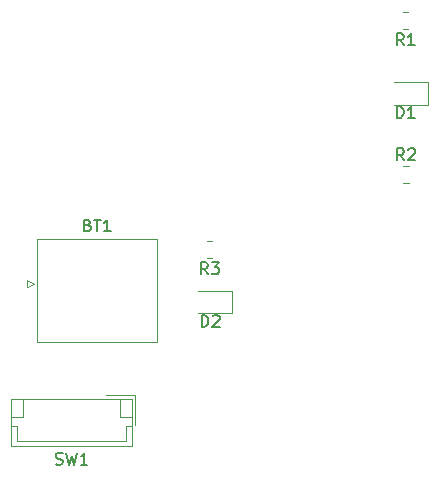
<source format=gbr>
%TF.GenerationSoftware,KiCad,Pcbnew,7.0.10*%
%TF.CreationDate,2024-02-12T12:18:25-08:00*%
%TF.ProjectId,PCB,5043422e-6b69-4636-9164-5f7063625858,1.0*%
%TF.SameCoordinates,Original*%
%TF.FileFunction,Legend,Top*%
%TF.FilePolarity,Positive*%
%FSLAX46Y46*%
G04 Gerber Fmt 4.6, Leading zero omitted, Abs format (unit mm)*
G04 Created by KiCad (PCBNEW 7.0.10) date 2024-02-12 12:18:25*
%MOMM*%
%LPD*%
G01*
G04 APERTURE LIST*
%ADD10C,0.150000*%
%ADD11C,0.120000*%
G04 APERTURE END LIST*
D10*
X216503533Y-123829819D02*
X216170200Y-123353628D01*
X215932105Y-123829819D02*
X215932105Y-122829819D01*
X215932105Y-122829819D02*
X216313057Y-122829819D01*
X216313057Y-122829819D02*
X216408295Y-122877438D01*
X216408295Y-122877438D02*
X216455914Y-122925057D01*
X216455914Y-122925057D02*
X216503533Y-123020295D01*
X216503533Y-123020295D02*
X216503533Y-123163152D01*
X216503533Y-123163152D02*
X216455914Y-123258390D01*
X216455914Y-123258390D02*
X216408295Y-123306009D01*
X216408295Y-123306009D02*
X216313057Y-123353628D01*
X216313057Y-123353628D02*
X215932105Y-123353628D01*
X216836867Y-122829819D02*
X217455914Y-122829819D01*
X217455914Y-122829819D02*
X217122581Y-123210771D01*
X217122581Y-123210771D02*
X217265438Y-123210771D01*
X217265438Y-123210771D02*
X217360676Y-123258390D01*
X217360676Y-123258390D02*
X217408295Y-123306009D01*
X217408295Y-123306009D02*
X217455914Y-123401247D01*
X217455914Y-123401247D02*
X217455914Y-123639342D01*
X217455914Y-123639342D02*
X217408295Y-123734580D01*
X217408295Y-123734580D02*
X217360676Y-123782200D01*
X217360676Y-123782200D02*
X217265438Y-123829819D01*
X217265438Y-123829819D02*
X216979724Y-123829819D01*
X216979724Y-123829819D02*
X216884486Y-123782200D01*
X216884486Y-123782200D02*
X216836867Y-123734580D01*
X232518305Y-110621819D02*
X232518305Y-109621819D01*
X232518305Y-109621819D02*
X232756400Y-109621819D01*
X232756400Y-109621819D02*
X232899257Y-109669438D01*
X232899257Y-109669438D02*
X232994495Y-109764676D01*
X232994495Y-109764676D02*
X233042114Y-109859914D01*
X233042114Y-109859914D02*
X233089733Y-110050390D01*
X233089733Y-110050390D02*
X233089733Y-110193247D01*
X233089733Y-110193247D02*
X233042114Y-110383723D01*
X233042114Y-110383723D02*
X232994495Y-110478961D01*
X232994495Y-110478961D02*
X232899257Y-110574200D01*
X232899257Y-110574200D02*
X232756400Y-110621819D01*
X232756400Y-110621819D02*
X232518305Y-110621819D01*
X234042114Y-110621819D02*
X233470686Y-110621819D01*
X233756400Y-110621819D02*
X233756400Y-109621819D01*
X233756400Y-109621819D02*
X233661162Y-109764676D01*
X233661162Y-109764676D02*
X233565924Y-109859914D01*
X233565924Y-109859914D02*
X233470686Y-109907533D01*
X203642067Y-139918200D02*
X203784924Y-139965819D01*
X203784924Y-139965819D02*
X204023019Y-139965819D01*
X204023019Y-139965819D02*
X204118257Y-139918200D01*
X204118257Y-139918200D02*
X204165876Y-139870580D01*
X204165876Y-139870580D02*
X204213495Y-139775342D01*
X204213495Y-139775342D02*
X204213495Y-139680104D01*
X204213495Y-139680104D02*
X204165876Y-139584866D01*
X204165876Y-139584866D02*
X204118257Y-139537247D01*
X204118257Y-139537247D02*
X204023019Y-139489628D01*
X204023019Y-139489628D02*
X203832543Y-139442009D01*
X203832543Y-139442009D02*
X203737305Y-139394390D01*
X203737305Y-139394390D02*
X203689686Y-139346771D01*
X203689686Y-139346771D02*
X203642067Y-139251533D01*
X203642067Y-139251533D02*
X203642067Y-139156295D01*
X203642067Y-139156295D02*
X203689686Y-139061057D01*
X203689686Y-139061057D02*
X203737305Y-139013438D01*
X203737305Y-139013438D02*
X203832543Y-138965819D01*
X203832543Y-138965819D02*
X204070638Y-138965819D01*
X204070638Y-138965819D02*
X204213495Y-139013438D01*
X204546829Y-138965819D02*
X204784924Y-139965819D01*
X204784924Y-139965819D02*
X204975400Y-139251533D01*
X204975400Y-139251533D02*
X205165876Y-139965819D01*
X205165876Y-139965819D02*
X205403972Y-138965819D01*
X206308733Y-139965819D02*
X205737305Y-139965819D01*
X206023019Y-139965819D02*
X206023019Y-138965819D01*
X206023019Y-138965819D02*
X205927781Y-139108676D01*
X205927781Y-139108676D02*
X205832543Y-139203914D01*
X205832543Y-139203914D02*
X205737305Y-139251533D01*
X233115133Y-114183819D02*
X232781800Y-113707628D01*
X232543705Y-114183819D02*
X232543705Y-113183819D01*
X232543705Y-113183819D02*
X232924657Y-113183819D01*
X232924657Y-113183819D02*
X233019895Y-113231438D01*
X233019895Y-113231438D02*
X233067514Y-113279057D01*
X233067514Y-113279057D02*
X233115133Y-113374295D01*
X233115133Y-113374295D02*
X233115133Y-113517152D01*
X233115133Y-113517152D02*
X233067514Y-113612390D01*
X233067514Y-113612390D02*
X233019895Y-113660009D01*
X233019895Y-113660009D02*
X232924657Y-113707628D01*
X232924657Y-113707628D02*
X232543705Y-113707628D01*
X233496086Y-113279057D02*
X233543705Y-113231438D01*
X233543705Y-113231438D02*
X233638943Y-113183819D01*
X233638943Y-113183819D02*
X233877038Y-113183819D01*
X233877038Y-113183819D02*
X233972276Y-113231438D01*
X233972276Y-113231438D02*
X234019895Y-113279057D01*
X234019895Y-113279057D02*
X234067514Y-113374295D01*
X234067514Y-113374295D02*
X234067514Y-113469533D01*
X234067514Y-113469533D02*
X234019895Y-113612390D01*
X234019895Y-113612390D02*
X233448467Y-114183819D01*
X233448467Y-114183819D02*
X234067514Y-114183819D01*
X206353385Y-119685809D02*
X206496242Y-119733428D01*
X206496242Y-119733428D02*
X206543861Y-119781047D01*
X206543861Y-119781047D02*
X206591480Y-119876285D01*
X206591480Y-119876285D02*
X206591480Y-120019142D01*
X206591480Y-120019142D02*
X206543861Y-120114380D01*
X206543861Y-120114380D02*
X206496242Y-120162000D01*
X206496242Y-120162000D02*
X206401004Y-120209619D01*
X206401004Y-120209619D02*
X206020052Y-120209619D01*
X206020052Y-120209619D02*
X206020052Y-119209619D01*
X206020052Y-119209619D02*
X206353385Y-119209619D01*
X206353385Y-119209619D02*
X206448623Y-119257238D01*
X206448623Y-119257238D02*
X206496242Y-119304857D01*
X206496242Y-119304857D02*
X206543861Y-119400095D01*
X206543861Y-119400095D02*
X206543861Y-119495333D01*
X206543861Y-119495333D02*
X206496242Y-119590571D01*
X206496242Y-119590571D02*
X206448623Y-119638190D01*
X206448623Y-119638190D02*
X206353385Y-119685809D01*
X206353385Y-119685809D02*
X206020052Y-119685809D01*
X206877195Y-119209619D02*
X207448623Y-119209619D01*
X207162909Y-120209619D02*
X207162909Y-119209619D01*
X208305766Y-120209619D02*
X207734338Y-120209619D01*
X208020052Y-120209619D02*
X208020052Y-119209619D01*
X208020052Y-119209619D02*
X207924814Y-119352476D01*
X207924814Y-119352476D02*
X207829576Y-119447714D01*
X207829576Y-119447714D02*
X207734338Y-119495333D01*
X215982905Y-128300219D02*
X215982905Y-127300219D01*
X215982905Y-127300219D02*
X216221000Y-127300219D01*
X216221000Y-127300219D02*
X216363857Y-127347838D01*
X216363857Y-127347838D02*
X216459095Y-127443076D01*
X216459095Y-127443076D02*
X216506714Y-127538314D01*
X216506714Y-127538314D02*
X216554333Y-127728790D01*
X216554333Y-127728790D02*
X216554333Y-127871647D01*
X216554333Y-127871647D02*
X216506714Y-128062123D01*
X216506714Y-128062123D02*
X216459095Y-128157361D01*
X216459095Y-128157361D02*
X216363857Y-128252600D01*
X216363857Y-128252600D02*
X216221000Y-128300219D01*
X216221000Y-128300219D02*
X215982905Y-128300219D01*
X216935286Y-127395457D02*
X216982905Y-127347838D01*
X216982905Y-127347838D02*
X217078143Y-127300219D01*
X217078143Y-127300219D02*
X217316238Y-127300219D01*
X217316238Y-127300219D02*
X217411476Y-127347838D01*
X217411476Y-127347838D02*
X217459095Y-127395457D01*
X217459095Y-127395457D02*
X217506714Y-127490695D01*
X217506714Y-127490695D02*
X217506714Y-127585933D01*
X217506714Y-127585933D02*
X217459095Y-127728790D01*
X217459095Y-127728790D02*
X216887667Y-128300219D01*
X216887667Y-128300219D02*
X217506714Y-128300219D01*
X233089733Y-104449619D02*
X232756400Y-103973428D01*
X232518305Y-104449619D02*
X232518305Y-103449619D01*
X232518305Y-103449619D02*
X232899257Y-103449619D01*
X232899257Y-103449619D02*
X232994495Y-103497238D01*
X232994495Y-103497238D02*
X233042114Y-103544857D01*
X233042114Y-103544857D02*
X233089733Y-103640095D01*
X233089733Y-103640095D02*
X233089733Y-103782952D01*
X233089733Y-103782952D02*
X233042114Y-103878190D01*
X233042114Y-103878190D02*
X232994495Y-103925809D01*
X232994495Y-103925809D02*
X232899257Y-103973428D01*
X232899257Y-103973428D02*
X232518305Y-103973428D01*
X234042114Y-104449619D02*
X233470686Y-104449619D01*
X233756400Y-104449619D02*
X233756400Y-103449619D01*
X233756400Y-103449619D02*
X233661162Y-103592476D01*
X233661162Y-103592476D02*
X233565924Y-103687714D01*
X233565924Y-103687714D02*
X233470686Y-103735333D01*
D11*
%TO.C,R3*%
X216897264Y-122460000D02*
X216443136Y-122460000D01*
X216897264Y-120990000D02*
X216443136Y-120990000D01*
%TO.C,D1*%
X235116400Y-109477000D02*
X235116400Y-107557000D01*
X235116400Y-107557000D02*
X232256400Y-107557000D01*
X232256400Y-109477000D02*
X235116400Y-109477000D01*
%TO.C,SW1*%
X210385400Y-136601000D02*
X210385400Y-134101000D01*
X210385400Y-134101000D02*
X207885400Y-134101000D01*
X210085400Y-138421000D02*
X210085400Y-134401000D01*
X210085400Y-136711000D02*
X209585400Y-136711000D01*
X210085400Y-135901000D02*
X209085400Y-135901000D01*
X210085400Y-134401000D02*
X199865400Y-134401000D01*
X209585400Y-137921000D02*
X200365400Y-137921000D01*
X209585400Y-136711000D02*
X209585400Y-137921000D01*
X209085400Y-135901000D02*
X209085400Y-134401000D01*
X200865400Y-135901000D02*
X200865400Y-134401000D01*
X200365400Y-137921000D02*
X200365400Y-136711000D01*
X200365400Y-136711000D02*
X199865400Y-136711000D01*
X199865400Y-138421000D02*
X210085400Y-138421000D01*
X199865400Y-135901000D02*
X200865400Y-135901000D01*
X199865400Y-134401000D02*
X199865400Y-138421000D01*
%TO.C,R2*%
X233054736Y-114644000D02*
X233508864Y-114644000D01*
X233054736Y-116114000D02*
X233508864Y-116114000D01*
%TO.C,BT1*%
X201229100Y-124354800D02*
X201829100Y-124654800D01*
X201229100Y-124954800D02*
X201229100Y-124354800D01*
X201829100Y-124654800D02*
X201229100Y-124954800D01*
X202029100Y-120844800D02*
X202029100Y-129564800D01*
X202029100Y-129564800D02*
X212249100Y-129564800D01*
X212249100Y-120844800D02*
X202029100Y-120844800D01*
X212249100Y-129564800D02*
X212249100Y-120844800D01*
%TO.C,D2*%
X218581000Y-127155400D02*
X218581000Y-125235400D01*
X218581000Y-125235400D02*
X215721000Y-125235400D01*
X215721000Y-127155400D02*
X218581000Y-127155400D01*
%TO.C,R1*%
X233483464Y-103079800D02*
X233029336Y-103079800D01*
X233483464Y-101609800D02*
X233029336Y-101609800D01*
%TD*%
M02*

</source>
